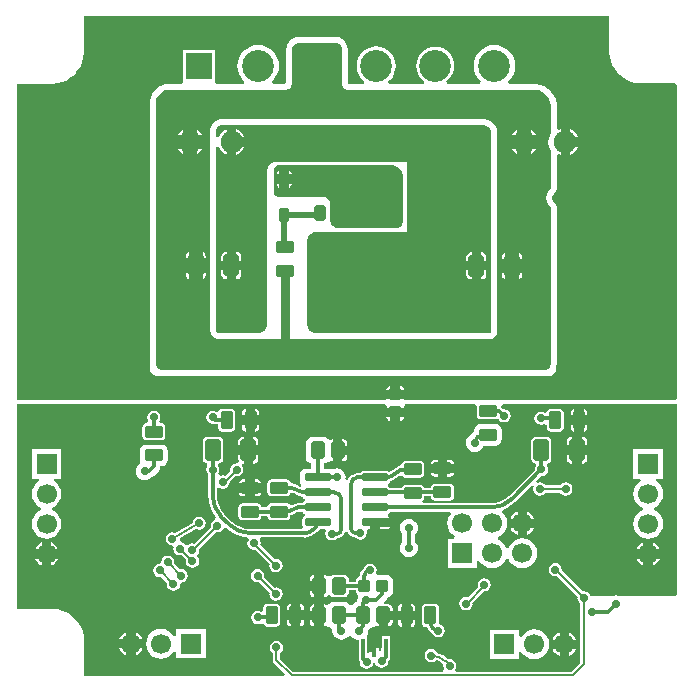
<source format=gbl>
G04 Layer_Physical_Order=2*
G04 Layer_Color=16711680*
%FSLAX43Y43*%
%MOMM*%
G71*
G01*
G75*
%ADD10C,0.200*%
%ADD11C,0.300*%
G04:AMPARAMS|DCode=12|XSize=1.21mm|YSize=1.46mm|CornerRadius=0.151mm|HoleSize=0mm|Usage=FLASHONLY|Rotation=180.000|XOffset=0mm|YOffset=0mm|HoleType=Round|Shape=RoundedRectangle|*
%AMROUNDEDRECTD12*
21,1,1.210,1.157,0,0,180.0*
21,1,0.907,1.460,0,0,180.0*
1,1,0.302,-0.454,0.579*
1,1,0.302,0.454,0.579*
1,1,0.302,0.454,-0.579*
1,1,0.302,-0.454,-0.579*
%
%ADD12ROUNDEDRECTD12*%
G04:AMPARAMS|DCode=13|XSize=1.53mm|YSize=1.02mm|CornerRadius=0.128mm|HoleSize=0mm|Usage=FLASHONLY|Rotation=90.000|XOffset=0mm|YOffset=0mm|HoleType=Round|Shape=RoundedRectangle|*
%AMROUNDEDRECTD13*
21,1,1.530,0.765,0,0,90.0*
21,1,1.275,1.020,0,0,90.0*
1,1,0.255,0.383,0.637*
1,1,0.255,0.383,-0.637*
1,1,0.255,-0.383,-0.637*
1,1,0.255,-0.383,0.637*
%
%ADD13ROUNDEDRECTD13*%
G04:AMPARAMS|DCode=19|XSize=1.53mm|YSize=1.02mm|CornerRadius=0.128mm|HoleSize=0mm|Usage=FLASHONLY|Rotation=180.000|XOffset=0mm|YOffset=0mm|HoleType=Round|Shape=RoundedRectangle|*
%AMROUNDEDRECTD19*
21,1,1.530,0.765,0,0,180.0*
21,1,1.275,1.020,0,0,180.0*
1,1,0.255,-0.637,0.383*
1,1,0.255,0.637,0.383*
1,1,0.255,0.637,-0.383*
1,1,0.255,-0.637,-0.383*
%
%ADD19ROUNDEDRECTD19*%
G04:AMPARAMS|DCode=21|XSize=1.28mm|YSize=1.87mm|CornerRadius=0.16mm|HoleSize=0mm|Usage=FLASHONLY|Rotation=180.000|XOffset=0mm|YOffset=0mm|HoleType=Round|Shape=RoundedRectangle|*
%AMROUNDEDRECTD21*
21,1,1.280,1.550,0,0,180.0*
21,1,0.960,1.870,0,0,180.0*
1,1,0.320,-0.480,0.775*
1,1,0.320,0.480,0.775*
1,1,0.320,0.480,-0.775*
1,1,0.320,-0.480,-0.775*
%
%ADD21ROUNDEDRECTD21*%
%ADD27R,1.700X1.700*%
%ADD28C,1.700*%
%ADD29R,1.700X1.700*%
%ADD30C,1.900*%
%ADD31C,2.700*%
%ADD32R,2.200X2.200*%
%ADD33C,0.700*%
%ADD34C,1.000*%
%ADD35C,0.500*%
%ADD36R,0.300X1.600*%
G04:AMPARAMS|DCode=37|XSize=1.05mm|YSize=1.07mm|CornerRadius=0.131mm|HoleSize=0mm|Usage=FLASHONLY|Rotation=180.000|XOffset=0mm|YOffset=0mm|HoleType=Round|Shape=RoundedRectangle|*
%AMROUNDEDRECTD37*
21,1,1.050,0.808,0,0,180.0*
21,1,0.787,1.070,0,0,180.0*
1,1,0.263,-0.394,0.404*
1,1,0.263,0.394,0.404*
1,1,0.263,0.394,-0.404*
1,1,0.263,-0.394,-0.404*
%
%ADD37ROUNDEDRECTD37*%
G04:AMPARAMS|DCode=38|XSize=0.68mm|YSize=2.17mm|CornerRadius=0.085mm|HoleSize=0mm|Usage=FLASHONLY|Rotation=90.000|XOffset=0mm|YOffset=0mm|HoleType=Round|Shape=RoundedRectangle|*
%AMROUNDEDRECTD38*
21,1,0.680,2.000,0,0,90.0*
21,1,0.510,2.170,0,0,90.0*
1,1,0.170,1.000,0.255*
1,1,0.170,1.000,-0.255*
1,1,0.170,-1.000,-0.255*
1,1,0.170,-1.000,0.255*
%
%ADD38ROUNDEDRECTD38*%
G04:AMPARAMS|DCode=39|XSize=1.05mm|YSize=1.07mm|CornerRadius=0.131mm|HoleSize=0mm|Usage=FLASHONLY|Rotation=270.000|XOffset=0mm|YOffset=0mm|HoleType=Round|Shape=RoundedRectangle|*
%AMROUNDEDRECTD39*
21,1,1.050,0.808,0,0,270.0*
21,1,0.787,1.070,0,0,270.0*
1,1,0.263,-0.404,-0.394*
1,1,0.263,-0.404,0.394*
1,1,0.263,0.404,0.394*
1,1,0.263,0.404,-0.394*
%
%ADD39ROUNDEDRECTD39*%
G04:AMPARAMS|DCode=40|XSize=6.604mm|YSize=7.315mm|CornerRadius=0.826mm|HoleSize=0mm|Usage=FLASHONLY|Rotation=0.000|XOffset=0mm|YOffset=0mm|HoleType=Round|Shape=RoundedRectangle|*
%AMROUNDEDRECTD40*
21,1,6.604,5.664,0,0,0.0*
21,1,4.953,7.315,0,0,0.0*
1,1,1.651,2.477,-2.832*
1,1,1.651,-2.477,-2.832*
1,1,1.651,-2.477,2.832*
1,1,1.651,2.477,2.832*
%
%ADD40ROUNDEDRECTD40*%
G04:AMPARAMS|DCode=41|XSize=0.94mm|YSize=1.321mm|CornerRadius=0.117mm|HoleSize=0mm|Usage=FLASHONLY|Rotation=0.000|XOffset=0mm|YOffset=0mm|HoleType=Round|Shape=RoundedRectangle|*
%AMROUNDEDRECTD41*
21,1,0.940,1.086,0,0,0.0*
21,1,0.705,1.321,0,0,0.0*
1,1,0.235,0.352,-0.543*
1,1,0.235,-0.352,-0.543*
1,1,0.235,-0.352,0.543*
1,1,0.235,0.352,0.543*
%
%ADD41ROUNDEDRECTD41*%
G04:AMPARAMS|DCode=42|XSize=0.87mm|YSize=1.2mm|CornerRadius=0.218mm|HoleSize=0mm|Usage=FLASHONLY|Rotation=0.000|XOffset=0mm|YOffset=0mm|HoleType=Round|Shape=RoundedRectangle|*
%AMROUNDEDRECTD42*
21,1,0.870,0.765,0,0,0.0*
21,1,0.435,1.200,0,0,0.0*
1,1,0.435,0.218,-0.383*
1,1,0.435,-0.218,-0.383*
1,1,0.435,-0.218,0.383*
1,1,0.435,0.218,0.383*
%
%ADD42ROUNDEDRECTD42*%
%ADD43C,0.750*%
G36*
X50462Y56245D02*
X50462Y53326D01*
X50462Y53144D01*
X50510Y52783D01*
X50604Y52432D01*
X50743Y52095D01*
X50925Y51780D01*
X51146Y51492D01*
X51403Y51234D01*
X51692Y51013D01*
X52007Y50831D01*
X52343Y50692D01*
X52694Y50598D01*
X53055Y50550D01*
X53237Y50550D01*
X56065Y50550D01*
X56207Y50409D01*
X56207Y23845D01*
X56065Y23704D01*
X46000Y23704D01*
X33189Y23704D01*
X33098Y23815D01*
X32351D01*
X31543D01*
X31458Y23704D01*
X22955Y23704D01*
X292D01*
Y29400D01*
X9574D01*
X292Y29400D01*
Y50500D01*
X3212Y50500D01*
X3394D01*
X3755Y50547D01*
X4106Y50642D01*
X4442Y50781D01*
X4757Y50963D01*
X5046Y51184D01*
X5303Y51441D01*
X5309Y51449D01*
X5323Y51463D01*
X5536Y51741D01*
X5711Y52044D01*
X5845Y52368D01*
X5936Y52706D01*
X5939Y52728D01*
X5940Y52732D01*
X5987Y53093D01*
X5988Y53275D01*
X5988Y53275D01*
X5987Y54251D01*
X5988Y56246D01*
X50462Y56245D01*
D02*
G37*
G36*
X56207Y7316D02*
X56066Y7175D01*
X51235Y7175D01*
X51221Y7181D01*
X51025Y7206D01*
X50829Y7181D01*
X50815Y7175D01*
X48865Y7175D01*
X48859Y7201D01*
X48738Y7383D01*
X48556Y7505D01*
X48341Y7547D01*
X48234Y7526D01*
X46448Y9312D01*
X46461Y9375D01*
X46418Y9590D01*
X46297Y9772D01*
X46115Y9893D01*
X45900Y9936D01*
X45685Y9893D01*
X45503Y9772D01*
X45382Y9590D01*
X45339Y9375D01*
X45382Y9160D01*
X45503Y8979D01*
X45685Y8857D01*
X45900Y8814D01*
X46051Y8844D01*
X47802Y7094D01*
X47781Y6987D01*
X47823Y6772D01*
X47945Y6590D01*
X48036Y6529D01*
Y1488D01*
X47279Y731D01*
X37509D01*
X37411Y931D01*
X37481Y1035D01*
X37523Y1250D01*
X37481Y1465D01*
X37359Y1647D01*
X37177Y1768D01*
X37028Y1798D01*
X36963Y1811D01*
X36963D01*
X36836Y1815D01*
X36528Y2068D01*
X36177Y2255D01*
X35902Y2339D01*
X35797Y2497D01*
X35615Y2618D01*
X35400Y2661D01*
X35185Y2618D01*
X35003Y2497D01*
X34882Y2315D01*
X34839Y2100D01*
X34882Y1885D01*
X35003Y1703D01*
X35185Y1582D01*
X35400Y1539D01*
X35615Y1582D01*
X35797Y1703D01*
X35815Y1731D01*
X36110Y1609D01*
X36391Y1393D01*
X36400Y1380D01*
X36423Y1357D01*
X36402Y1250D01*
X36445Y1035D01*
X36514Y931D01*
X36416Y731D01*
X23701D01*
X22606Y1827D01*
Y2343D01*
X22697Y2403D01*
X22818Y2585D01*
X22861Y2800D01*
X22818Y3015D01*
X22697Y3197D01*
X22515Y3318D01*
X22300Y3361D01*
X22085Y3318D01*
X21903Y3197D01*
X21782Y3015D01*
X21739Y2800D01*
X21782Y2585D01*
X21903Y2403D01*
X21994Y2343D01*
Y1700D01*
X21994Y1700D01*
X22017Y1583D01*
X22084Y1484D01*
X23052Y515D01*
X22976Y330D01*
X6037Y330D01*
X6037Y3250D01*
X6037Y3432D01*
X5990Y3792D01*
X5896Y4144D01*
X5757Y4480D01*
X5575Y4795D01*
X5353Y5084D01*
X5096Y5341D01*
X5091Y5345D01*
X5071Y5365D01*
X4785Y5585D01*
X4472Y5765D01*
X4138Y5904D01*
X3789Y5997D01*
X3430Y6044D01*
X3250Y6050D01*
X292Y6050D01*
Y23371D01*
X31497Y23371D01*
X31545Y23319D01*
X31626Y23171D01*
X31611Y23095D01*
X32351D01*
X33092D01*
X33076Y23171D01*
X33158Y23319D01*
X33205Y23371D01*
X39088D01*
X39247Y23187D01*
Y22422D01*
X39273Y22295D01*
X39345Y22186D01*
X39454Y22114D01*
X39581Y22088D01*
X40856D01*
X40984Y22114D01*
X41112Y22088D01*
X41169Y22003D01*
X41350Y21882D01*
X41565Y21839D01*
X41780Y21882D01*
X41962Y22003D01*
X42083Y22185D01*
X42126Y22400D01*
X42083Y22615D01*
X41962Y22796D01*
X41780Y22918D01*
X41565Y22961D01*
X41518Y22951D01*
X41413Y23057D01*
X41368Y23087D01*
X41345Y23173D01*
X41487Y23371D01*
X48442D01*
X56207Y23371D01*
X56207Y7316D01*
D02*
G37*
%LPC*%
G36*
X24131Y54510D02*
X24131Y54510D01*
X24131Y54510D01*
X24031Y54490D01*
X23936Y54471D01*
X23936Y54471D01*
X23936Y54471D01*
X23715Y54380D01*
X23715Y54380D01*
X23715Y54380D01*
X23631Y54323D01*
X23550Y54269D01*
X23550Y54269D01*
X23549Y54269D01*
X23381Y54100D01*
X23381Y54100D01*
X23381Y54100D01*
X23329Y54023D01*
X23270Y53935D01*
X23270Y53935D01*
X23270Y53935D01*
X23179Y53714D01*
X23179Y53714D01*
X23179Y53714D01*
X23159Y53613D01*
X23140Y53519D01*
X23140Y53519D01*
X23140Y53519D01*
X23140Y53399D01*
Y50662D01*
X22988Y50510D01*
X22854Y50510D01*
X22851Y50510D01*
X22851Y50510D01*
X22851Y50510D01*
X21978Y50510D01*
X21906Y50710D01*
X21993Y50782D01*
X22212Y51048D01*
X22375Y51352D01*
X22475Y51682D01*
X22509Y52025D01*
X22475Y52368D01*
X22375Y52698D01*
X22212Y53002D01*
X21993Y53268D01*
X21727Y53487D01*
X21423Y53650D01*
X21093Y53750D01*
X20750Y53783D01*
X20407Y53750D01*
X20077Y53650D01*
X19773Y53487D01*
X19507Y53268D01*
X19288Y53002D01*
X19125Y52698D01*
X19025Y52368D01*
X18992Y52025D01*
X19025Y51682D01*
X19125Y51352D01*
X19288Y51048D01*
X19507Y50782D01*
X19594Y50710D01*
X19523Y50510D01*
X17218Y50510D01*
X17110Y50710D01*
Y53385D01*
X14390D01*
Y50710D01*
X14390Y50665D01*
X14282Y50510D01*
X13231Y50510D01*
X13119Y50510D01*
X13070Y50500D01*
X13020D01*
X12800Y50456D01*
X12753Y50437D01*
X12704Y50427D01*
X12497Y50341D01*
X12455Y50313D01*
X12408Y50294D01*
X12222Y50169D01*
X12186Y50134D01*
X12145Y50106D01*
X11986Y49947D01*
X11958Y49906D01*
X11922Y49870D01*
X11798Y49683D01*
X11779Y49637D01*
X11751Y49595D01*
X11665Y49388D01*
X11655Y49339D01*
X11636Y49292D01*
X11607Y49147D01*
Y49117D01*
X11599Y49088D01*
X11584Y48901D01*
X11584Y48899D01*
X11583Y48897D01*
X11586Y48878D01*
X11582Y48861D01*
X11582Y43500D01*
X11582Y29400D01*
X9574D01*
X11582Y29400D01*
Y26908D01*
X11582Y26781D01*
X11582Y26781D01*
X11582Y26781D01*
X11596Y26712D01*
Y26404D01*
X11599Y26339D01*
X11625Y26210D01*
X11675Y26089D01*
X11748Y25980D01*
X11840Y25888D01*
X11949Y25815D01*
X12070Y25765D01*
X12198Y25740D01*
X12264Y25736D01*
X22955Y25736D01*
X29017Y25736D01*
X39714Y25736D01*
X45311Y25736D01*
X45379Y25740D01*
X45511Y25766D01*
X45636Y25818D01*
X45748Y25893D01*
X45844Y25988D01*
X45919Y26100D01*
X45970Y26225D01*
X45997Y26357D01*
X46000Y26425D01*
Y26613D01*
X46007Y26648D01*
X46026Y26744D01*
X46026Y26744D01*
X46026Y26745D01*
X46026Y26864D01*
X46026Y26864D01*
X46026Y40068D01*
X46020Y40101D01*
X46022Y40134D01*
X46000Y40198D01*
X45987Y40263D01*
X45969Y40291D01*
X45958Y40323D01*
X45914Y40373D01*
X45877Y40428D01*
X45849Y40447D01*
X45827Y40472D01*
X45792Y40499D01*
X45713Y40602D01*
X45664Y40721D01*
X45647Y40849D01*
X45664Y40977D01*
X45713Y41096D01*
X45792Y41198D01*
X45827Y41225D01*
X45849Y41250D01*
X45877Y41269D01*
X45914Y41325D01*
X45958Y41375D01*
X45969Y41407D01*
X45987Y41434D01*
X46000Y41500D01*
X46022Y41563D01*
X46020Y41597D01*
X46026Y41630D01*
Y43500D01*
X46026Y44473D01*
X46226Y44556D01*
X46370Y44496D01*
Y45575D01*
Y46654D01*
X46226Y46595D01*
X46026Y46677D01*
X46026Y48578D01*
X46026Y48718D01*
X46016Y48767D01*
X46016Y48817D01*
X45962Y49092D01*
X45943Y49139D01*
X45933Y49188D01*
X45826Y49447D01*
X45798Y49488D01*
X45779Y49535D01*
X45623Y49768D01*
X45587Y49803D01*
X45560Y49845D01*
X45361Y50043D01*
X45320Y50071D01*
X45284Y50106D01*
X45051Y50262D01*
X45005Y50281D01*
X44963Y50309D01*
X44704Y50416D01*
X44655Y50426D01*
X44609Y50445D01*
X44379Y50491D01*
X44340D01*
X44304Y50500D01*
X44119Y50509D01*
X44107Y50507D01*
X44095Y50510D01*
X44095D01*
X44094Y50510D01*
X41978Y50510D01*
X41906Y50710D01*
X41993Y50782D01*
X42212Y51048D01*
X42375Y51352D01*
X42475Y51682D01*
X42509Y52025D01*
X42475Y52368D01*
X42375Y52698D01*
X42212Y53002D01*
X41993Y53268D01*
X41727Y53487D01*
X41423Y53650D01*
X41093Y53750D01*
X40750Y53783D01*
X40407Y53750D01*
X40077Y53650D01*
X39773Y53487D01*
X39507Y53268D01*
X39288Y53002D01*
X39125Y52698D01*
X39025Y52368D01*
X38992Y52025D01*
X39025Y51682D01*
X39125Y51352D01*
X39288Y51048D01*
X39507Y50782D01*
X39594Y50710D01*
X39523Y50510D01*
X36748Y50510D01*
X36713Y50571D01*
X36685Y50710D01*
X36894Y50881D01*
X37095Y51126D01*
X37245Y51406D01*
X37337Y51709D01*
X37368Y52025D01*
X37337Y52341D01*
X37245Y52644D01*
X37095Y52924D01*
X36894Y53169D01*
X36649Y53370D01*
X36369Y53520D01*
X36066Y53612D01*
X35750Y53643D01*
X35434Y53612D01*
X35131Y53520D01*
X34851Y53370D01*
X34606Y53169D01*
X34405Y52924D01*
X34255Y52644D01*
X34163Y52341D01*
X34132Y52025D01*
X34163Y51709D01*
X34255Y51406D01*
X34405Y51126D01*
X34606Y50881D01*
X34815Y50710D01*
X34787Y50571D01*
X34752Y50510D01*
X31820Y50510D01*
X31748Y50710D01*
X31922Y50853D01*
X32129Y51104D01*
X32282Y51391D01*
X32376Y51702D01*
X32408Y52025D01*
X32376Y52348D01*
X32282Y52659D01*
X32129Y52946D01*
X31922Y53197D01*
X31671Y53404D01*
X31385Y53557D01*
X31074Y53651D01*
X30750Y53683D01*
X30427Y53651D01*
X30116Y53557D01*
X29829Y53404D01*
X29578Y53197D01*
X29372Y52946D01*
X29218Y52659D01*
X29124Y52348D01*
X29092Y52025D01*
X29124Y51702D01*
X29218Y51391D01*
X29372Y51104D01*
X29578Y50853D01*
X29752Y50710D01*
X29680Y50510D01*
X28451D01*
X28431Y50512D01*
X28374Y50535D01*
X28348Y50561D01*
X28324Y50619D01*
X28322Y50638D01*
X28322Y53437D01*
X28322Y53549D01*
X28322Y53549D01*
X28322Y53549D01*
X28303Y53647D01*
X28284Y53744D01*
X28284Y53744D01*
X28284Y53744D01*
X28198Y53951D01*
X28198Y53951D01*
X28198Y53951D01*
X28145Y54031D01*
X28088Y54117D01*
X28087Y54117D01*
X28087Y54117D01*
X27929Y54275D01*
X27929Y54275D01*
X27929Y54275D01*
X27844Y54332D01*
X27764Y54385D01*
X27764Y54385D01*
X27764Y54385D01*
X27628Y54442D01*
X27570Y54453D01*
X27514Y54474D01*
X27331Y54503D01*
X27290Y54502D01*
X27250Y54510D01*
X24250Y54510D01*
X24131Y54510D01*
D02*
G37*
G36*
X47170Y46654D02*
Y45975D01*
X47849D01*
X47775Y46155D01*
X47590Y46395D01*
X47350Y46580D01*
X47170Y46654D01*
D02*
G37*
G36*
X47849Y45175D02*
X47170D01*
Y44496D01*
X47350Y44570D01*
X47590Y44755D01*
X47775Y44995D01*
X47849Y45175D01*
D02*
G37*
G36*
X32755Y24946D02*
X32751D01*
Y24615D01*
X33092D01*
X33067Y24738D01*
X32994Y24848D01*
X32884Y24921D01*
X32755Y24946D01*
D02*
G37*
G36*
X31951D02*
X31948D01*
X31818Y24921D01*
X31709Y24848D01*
X31636Y24738D01*
X31611Y24615D01*
X31951D01*
Y24946D01*
D02*
G37*
%LPD*%
G36*
X24250Y54000D02*
X27250Y54000D01*
X27250Y54000D01*
X27250Y54000D01*
X27250D01*
X27433Y53971D01*
X27569Y53914D01*
X27727Y53756D01*
X27813Y53549D01*
X27812Y53438D01*
X27812Y50613D01*
X27824Y50493D01*
X27916Y50272D01*
X28085Y50103D01*
X28306Y50012D01*
X28426Y50000D01*
X44094Y50000D01*
X44094Y50000D01*
X44094Y50000D01*
X44095D01*
X44279Y49991D01*
X44509Y49945D01*
X44768Y49838D01*
X45001Y49683D01*
X45199Y49484D01*
X45355Y49252D01*
X45462Y48993D01*
X45516Y48718D01*
X45516Y48578D01*
X45516Y46323D01*
X45503Y46306D01*
X45357Y45954D01*
X45308Y45575D01*
X45357Y45196D01*
X45503Y44844D01*
X45516Y44827D01*
X45516Y43500D01*
Y41630D01*
X45428Y41562D01*
X45268Y41353D01*
X45167Y41110D01*
X45133Y40849D01*
X45167Y40588D01*
X45268Y40344D01*
X45428Y40136D01*
X45516Y40068D01*
X45516Y26864D01*
X45516Y26864D01*
X45516Y26745D01*
X45425Y26524D01*
X45255Y26354D01*
X45034Y26263D01*
X44914Y26264D01*
X42675Y26270D01*
X40730Y26270D01*
X36518Y26272D01*
X31500Y26275D01*
Y27283D01*
X31500Y27400D01*
Y27548D01*
X31500Y27994D01*
X31500Y28888D01*
X40338Y28888D01*
X40403Y28891D01*
X40530Y28916D01*
X40650Y28966D01*
X40758Y29038D01*
X40850Y29130D01*
X40922Y29238D01*
X40972Y29358D01*
X40997Y29485D01*
X41000Y29550D01*
X41000Y43500D01*
X41000Y46339D01*
X41000D01*
X41000Y46339D01*
X41000Y46339D01*
X40994Y46453D01*
X40980Y46523D01*
X40950Y46676D01*
X40863Y46886D01*
X40736Y47076D01*
X40576Y47236D01*
X40386Y47363D01*
X40176Y47450D01*
X39953Y47494D01*
X39839Y47500D01*
X27812Y47500D01*
X18750Y47500D01*
X17568Y47500D01*
X17568Y47500D01*
X17483Y47496D01*
X17316Y47463D01*
X17159Y47397D01*
X17017Y47303D01*
X16897Y47183D01*
X16803Y47041D01*
X16737Y46884D01*
X16704Y46717D01*
X16700Y46632D01*
X16700Y29633D01*
X16704Y29560D01*
X16732Y29417D01*
X16788Y29282D01*
X16869Y29160D01*
X16973Y29057D01*
X17094Y28976D01*
X17229Y28920D01*
X17373Y28891D01*
X17446Y28888D01*
X31500Y28888D01*
X31500Y27729D01*
X31500Y27600D01*
X31500Y27200D01*
X31500Y26275D01*
X16050Y26270D01*
X12730Y26270D01*
X12603Y26270D01*
X12368Y26367D01*
X12189Y26547D01*
X12092Y26781D01*
X12092Y26908D01*
X12092Y43500D01*
X12092Y48861D01*
X12092Y48861D01*
X12092Y48861D01*
X12107Y49047D01*
X12136Y49193D01*
X12222Y49400D01*
X12346Y49587D01*
X12505Y49746D01*
X12692Y49870D01*
X12899Y49956D01*
X13119Y50000D01*
X13231Y50000D01*
X22851Y50000D01*
X22854Y50000D01*
X23050Y50000D01*
Y50000D01*
X23050Y50000D01*
X23167Y50011D01*
X23234Y50039D01*
X23383Y50101D01*
X23549Y50267D01*
X23639Y50483D01*
X23650Y50600D01*
Y53400D01*
X23650Y53519D01*
X23741Y53740D01*
X23910Y53909D01*
X24131Y54000D01*
X24250Y54000D01*
D02*
G37*
G36*
X18750Y46990D02*
X18750Y46990D01*
X18750Y46990D01*
X27812Y46990D01*
X39826Y46990D01*
X39890Y46987D01*
X40027Y46960D01*
X40145Y46911D01*
X40251Y46840D01*
X40340Y46751D01*
X40411Y46645D01*
X40460Y46527D01*
X40480Y46423D01*
X40480Y46423D01*
Y46423D01*
X40487Y46390D01*
X40490Y46326D01*
X40490Y43500D01*
X40490Y29562D01*
X40489Y29547D01*
X40481Y29506D01*
X40470Y29479D01*
X40454Y29455D01*
X40433Y29434D01*
X40409Y29418D01*
X40381Y29406D01*
X40350Y29400D01*
X25672Y29400D01*
X25596Y29400D01*
X25447Y29430D01*
X25306Y29488D01*
X25180Y29572D01*
X25072Y29680D01*
X24988Y29806D01*
X24930Y29947D01*
X24900Y30096D01*
X24900Y30172D01*
Y37200D01*
X24900Y37279D01*
X24931Y37433D01*
X24991Y37579D01*
X25079Y37710D01*
X25190Y37821D01*
X25321Y37909D01*
X25467Y37969D01*
X25621Y38000D01*
X25700Y38000D01*
X27421D01*
X27421Y38000D01*
X27452D01*
X27481Y37994D01*
X27550Y37994D01*
X32370Y37994D01*
X32391Y37998D01*
X32413Y37997D01*
X32434Y38000D01*
X33318D01*
Y43900D01*
X32203D01*
X32192Y43902D01*
X32104Y43902D01*
X26851Y43902D01*
X22553Y43902D01*
X22552Y43902D01*
X22453Y43902D01*
X22442Y43900D01*
X22234D01*
X22234Y43900D01*
X22163Y43896D01*
X22025Y43869D01*
X21895Y43815D01*
X21778Y43737D01*
X21678Y43637D01*
X21600Y43520D01*
X21546Y43390D01*
X21518Y43252D01*
X21515Y43181D01*
X21515Y30215D01*
X21515Y30215D01*
Y30135D01*
X21484Y29977D01*
X21422Y29829D01*
X21333Y29695D01*
X21219Y29582D01*
X21086Y29493D01*
X20938Y29431D01*
X20780Y29400D01*
X17428Y29400D01*
X17378Y29410D01*
X17336Y29427D01*
X17298Y29453D01*
X17265Y29485D01*
X17240Y29523D01*
X17222Y29566D01*
X17211Y29623D01*
X17210Y29646D01*
X17210Y45150D01*
X17410Y45190D01*
X17491Y44995D01*
X17675Y44755D01*
X17915Y44570D01*
X18095Y44496D01*
Y45575D01*
Y46654D01*
X17915Y46580D01*
X17675Y46395D01*
X17491Y46155D01*
X17410Y45960D01*
X17210Y46000D01*
Y46619D01*
X17212Y46654D01*
X17228Y46735D01*
X17254Y46800D01*
X17293Y46858D01*
X17342Y46907D01*
X17400Y46946D01*
X17465Y46972D01*
X17546Y46988D01*
X17581Y46990D01*
X18750Y46990D01*
D02*
G37*
G36*
X32365Y43562D02*
X32528Y43494D01*
X32675Y43396D01*
X32800Y43271D01*
X32898Y43125D01*
X32966Y42961D01*
X32981Y42885D01*
X33000Y42701D01*
Y42700D01*
X33000Y42700D01*
X33000Y42700D01*
X33000Y40308D01*
X33000Y38930D01*
X33000Y38804D01*
X32904Y38573D01*
X32727Y38396D01*
X32559Y38326D01*
X32370Y38300D01*
Y38300D01*
X27550Y38300D01*
X27481Y38300D01*
X27346Y38327D01*
X27219Y38379D01*
X27105Y38456D01*
X27007Y38553D01*
X26931Y38668D01*
X26878Y38795D01*
X26851Y38930D01*
X26851Y38999D01*
Y40349D01*
X26840Y40463D01*
X26753Y40674D01*
X26591Y40835D01*
X26447Y40895D01*
X26380Y40923D01*
X26266Y40934D01*
X26266Y40934D01*
X26266Y40934D01*
X26266Y40934D01*
X22525Y40934D01*
X22431Y40934D01*
X22257Y41006D01*
X22123Y41139D01*
X22051Y41313D01*
X22051Y41408D01*
X22051Y43095D01*
X22051Y43195D01*
X22128Y43379D01*
X22269Y43520D01*
X22453Y43596D01*
X22552Y43596D01*
X22553Y43596D01*
X26851Y43596D01*
X32104Y43596D01*
X32192Y43596D01*
X32365Y43562D01*
D02*
G37*
%LPC*%
G36*
X15595Y46564D02*
Y46175D01*
X15984D01*
X15815Y46395D01*
X15595Y46564D01*
D02*
G37*
G36*
X14395Y46564D02*
X14175Y46395D01*
X14006Y46175D01*
X14395D01*
Y46564D01*
D02*
G37*
G36*
X43870Y46564D02*
Y46175D01*
X44259D01*
X44090Y46395D01*
X43870Y46564D01*
D02*
G37*
G36*
X42670Y46564D02*
X42450Y46395D01*
X42281Y46175D01*
X42670D01*
Y46564D01*
D02*
G37*
G36*
X44259Y44975D02*
X43870D01*
Y44586D01*
X44090Y44755D01*
X44259Y44975D01*
D02*
G37*
G36*
X14395Y44975D02*
X14006D01*
X14175Y44755D01*
X14395Y44586D01*
Y44975D01*
D02*
G37*
G36*
X15984D02*
X15595D01*
Y44586D01*
X15815Y44755D01*
X15984Y44975D01*
D02*
G37*
G36*
X42670Y44975D02*
X42281D01*
X42450Y44755D01*
X42670Y44586D01*
Y44975D01*
D02*
G37*
G36*
X16072Y36244D02*
Y35726D01*
X16319D01*
Y35901D01*
X16291Y36041D01*
X16212Y36160D01*
X16092Y36240D01*
X16072Y36244D01*
D02*
G37*
G36*
X14872D02*
X14852Y36240D01*
X14732Y36160D01*
X14653Y36041D01*
X14625Y35901D01*
Y35726D01*
X14872D01*
Y36244D01*
D02*
G37*
G36*
X42832Y36221D02*
Y35703D01*
X43079D01*
Y35878D01*
X43051Y36018D01*
X42971Y36137D01*
X42852Y36217D01*
X42832Y36221D01*
D02*
G37*
G36*
X41632Y36221D02*
X41611Y36217D01*
X41492Y36137D01*
X41412Y36018D01*
X41384Y35878D01*
Y35703D01*
X41632D01*
Y36221D01*
D02*
G37*
G36*
X16319Y34526D02*
X16072D01*
Y34008D01*
X16092Y34012D01*
X16212Y34091D01*
X16291Y34210D01*
X16319Y34351D01*
Y34526D01*
D02*
G37*
G36*
X14872D02*
X14625D01*
Y34351D01*
X14653Y34210D01*
X14732Y34091D01*
X14852Y34012D01*
X14872Y34008D01*
Y34526D01*
D02*
G37*
G36*
X43079Y34503D02*
X42832D01*
Y33985D01*
X42852Y33989D01*
X42971Y34068D01*
X43051Y34187D01*
X43079Y34328D01*
Y34503D01*
D02*
G37*
G36*
X41632D02*
X41384D01*
Y34328D01*
X41412Y34187D01*
X41492Y34068D01*
X41611Y33989D01*
X41632Y33985D01*
Y34503D01*
D02*
G37*
G36*
X18895Y46654D02*
Y45975D01*
X19574D01*
X19500Y46155D01*
X19315Y46395D01*
X19075Y46580D01*
X18895Y46654D01*
D02*
G37*
G36*
X19574Y45175D02*
X18895D01*
Y44496D01*
X19075Y44570D01*
X19315Y44755D01*
X19500Y44995D01*
X19574Y45175D01*
D02*
G37*
G36*
X18952Y36268D02*
X18872D01*
Y35526D01*
X19319D01*
Y35901D01*
X19291Y36041D01*
X19212Y36160D01*
X19092Y36240D01*
X18952Y36268D01*
D02*
G37*
G36*
X18072D02*
X17992D01*
X17852Y36240D01*
X17732Y36160D01*
X17653Y36041D01*
X17625Y35901D01*
Y35526D01*
X18072D01*
Y36268D01*
D02*
G37*
G36*
X39712Y36245D02*
X39632D01*
Y35503D01*
X40079D01*
Y35878D01*
X40051Y36018D01*
X39971Y36137D01*
X39852Y36217D01*
X39712Y36245D01*
D02*
G37*
G36*
X38832D02*
X38752D01*
X38611Y36217D01*
X38492Y36137D01*
X38412Y36018D01*
X38384Y35878D01*
Y35503D01*
X38832D01*
Y36245D01*
D02*
G37*
G36*
X19319Y34726D02*
X18872D01*
Y33984D01*
X18952D01*
X19092Y34012D01*
X19212Y34091D01*
X19291Y34210D01*
X19319Y34351D01*
Y34726D01*
D02*
G37*
G36*
X18072D02*
X17625D01*
Y34351D01*
X17653Y34210D01*
X17732Y34091D01*
X17852Y34012D01*
X17992Y33984D01*
X18072D01*
Y34726D01*
D02*
G37*
G36*
X40079Y34703D02*
X39632D01*
Y33961D01*
X39712D01*
X39852Y33989D01*
X39971Y34068D01*
X40051Y34187D01*
X40079Y34328D01*
Y34703D01*
D02*
G37*
G36*
X38832D02*
X38384D01*
Y34328D01*
X38412Y34187D01*
X38492Y34068D01*
X38611Y33989D01*
X38752Y33961D01*
X38832D01*
Y34703D01*
D02*
G37*
G36*
X23350Y43222D02*
Y42859D01*
X23590D01*
X23561Y43005D01*
X23469Y43143D01*
X23350Y43222D01*
D02*
G37*
G36*
X22550D02*
X22431Y43143D01*
X22339Y43005D01*
X22310Y42859D01*
X22550D01*
Y43222D01*
D02*
G37*
G36*
X23590Y42059D02*
X23350D01*
Y41697D01*
X23469Y41776D01*
X23561Y41914D01*
X23590Y42059D01*
D02*
G37*
G36*
X22550D02*
X22310D01*
X22339Y41914D01*
X22431Y41776D01*
X22550Y41697D01*
Y42059D01*
D02*
G37*
G36*
X18475Y22996D02*
X17710D01*
X17582Y22971D01*
X17474Y22899D01*
X17417Y22813D01*
X17396Y22789D01*
X17188Y22744D01*
X17115Y22793D01*
X16900Y22836D01*
X16685Y22793D01*
X16504Y22672D01*
X16382Y22490D01*
X16339Y22275D01*
X16382Y22060D01*
X16504Y21878D01*
X16685Y21757D01*
X16900Y21714D01*
X16907Y21716D01*
X16916Y21710D01*
X17150Y21663D01*
Y21668D01*
X17376D01*
Y21388D01*
X17402Y21260D01*
X17474Y21151D01*
X17582Y21079D01*
X17710Y21054D01*
X18475D01*
X18603Y21079D01*
X18711Y21151D01*
X18784Y21260D01*
X18809Y21388D01*
Y22663D01*
X18784Y22790D01*
X18711Y22899D01*
X18603Y22971D01*
X18475Y22996D01*
D02*
G37*
G36*
X46281Y22995D02*
X45516D01*
X45389Y22970D01*
X45280Y22897D01*
X45208Y22789D01*
X45201Y22754D01*
X45015Y22659D01*
X44982Y22659D01*
X44921Y22700D01*
X44706Y22743D01*
X44492Y22700D01*
X44310Y22578D01*
X44188Y22396D01*
X44146Y22182D01*
X44188Y21967D01*
X44310Y21785D01*
X44492Y21664D01*
X44706Y21621D01*
X44921Y21664D01*
X44982Y21705D01*
X45182Y21598D01*
Y21386D01*
X45208Y21258D01*
X45280Y21150D01*
X45389Y21078D01*
X45516Y21052D01*
X46281D01*
X46409Y21078D01*
X46517Y21150D01*
X46590Y21258D01*
X46615Y21386D01*
Y22661D01*
X46590Y22789D01*
X46517Y22897D01*
X46409Y22970D01*
X46281Y22995D01*
D02*
G37*
G36*
X20507Y22993D02*
Y22425D01*
X20824D01*
Y22663D01*
X20799Y22790D01*
X20726Y22899D01*
X20618Y22971D01*
X20507Y22993D01*
D02*
G37*
G36*
X19708D02*
X19597Y22971D01*
X19489Y22899D01*
X19417Y22790D01*
X19391Y22663D01*
Y22425D01*
X19708D01*
Y22993D01*
D02*
G37*
G36*
X48314Y22992D02*
Y22424D01*
X48630D01*
Y22661D01*
X48605Y22789D01*
X48532Y22897D01*
X48424Y22970D01*
X48314Y22992D01*
D02*
G37*
G36*
X47514Y22992D02*
X47404Y22970D01*
X47295Y22897D01*
X47223Y22789D01*
X47197Y22661D01*
Y22424D01*
X47514D01*
Y22992D01*
D02*
G37*
G36*
X33092Y22295D02*
X32751D01*
Y21964D01*
X32755D01*
X32884Y21989D01*
X32994Y22062D01*
X33067Y22172D01*
X33092Y22295D01*
D02*
G37*
G36*
X31951D02*
X31611D01*
X31636Y22172D01*
X31709Y22062D01*
X31818Y21989D01*
X31948Y21964D01*
X31951D01*
Y22295D01*
D02*
G37*
G36*
X20824Y21625D02*
X20507D01*
Y21057D01*
X20618Y21079D01*
X20726Y21151D01*
X20799Y21260D01*
X20824Y21388D01*
Y21625D01*
D02*
G37*
G36*
X19708D02*
X19391D01*
Y21388D01*
X19417Y21260D01*
X19489Y21151D01*
X19597Y21079D01*
X19708Y21057D01*
Y21625D01*
D02*
G37*
G36*
X47514Y21624D02*
X47197D01*
Y21386D01*
X47223Y21258D01*
X47295Y21150D01*
X47404Y21078D01*
X47514Y21056D01*
Y21624D01*
D02*
G37*
G36*
X48630D02*
X48314D01*
Y21056D01*
X48424Y21078D01*
X48532Y21150D01*
X48605Y21258D01*
X48630Y21386D01*
Y21624D01*
D02*
G37*
G36*
X11919Y22836D02*
X11704Y22793D01*
X11522Y22672D01*
X11401Y22490D01*
X11358Y22275D01*
X11401Y22060D01*
X11460Y21972D01*
X11353Y21772D01*
X11281D01*
X11154Y21747D01*
X11045Y21675D01*
X10973Y21566D01*
X10947Y21439D01*
Y20674D01*
X10973Y20546D01*
X11045Y20437D01*
X11154Y20365D01*
X11281Y20340D01*
X12556D01*
X12684Y20365D01*
X12792Y20437D01*
X12865Y20546D01*
X12890Y20674D01*
Y21439D01*
X12865Y21566D01*
X12792Y21675D01*
X12684Y21747D01*
X12556Y21772D01*
X12485D01*
X12378Y21972D01*
X12437Y22060D01*
X12480Y22275D01*
X12437Y22490D01*
X12315Y22672D01*
X12133Y22793D01*
X11919Y22836D01*
D02*
G37*
G36*
X20408Y20642D02*
X20328D01*
Y19900D01*
X20775D01*
Y20275D01*
X20747Y20415D01*
X20668Y20534D01*
X20548Y20614D01*
X20408Y20642D01*
D02*
G37*
G36*
X19528D02*
X19448D01*
X19308Y20614D01*
X19188Y20534D01*
X19109Y20415D01*
X19081Y20275D01*
Y19900D01*
X19528D01*
Y20642D01*
D02*
G37*
G36*
X48214Y20640D02*
X48134D01*
Y19898D01*
X48581D01*
Y20273D01*
X48553Y20414D01*
X48474Y20533D01*
X48355Y20612D01*
X48214Y20640D01*
D02*
G37*
G36*
X47334D02*
X47254D01*
X47114Y20612D01*
X46995Y20533D01*
X46915Y20414D01*
X46887Y20273D01*
Y19898D01*
X47334D01*
Y20640D01*
D02*
G37*
G36*
X27926Y20416D02*
X27872D01*
Y19879D01*
X28284D01*
Y20058D01*
X28257Y20195D01*
X28179Y20311D01*
X28063Y20389D01*
X27926Y20416D01*
D02*
G37*
G36*
X40856Y21710D02*
X39581D01*
X39376Y21669D01*
X39201Y21553D01*
X39084Y21378D01*
X39043Y21172D01*
Y21090D01*
X38906Y20984D01*
X38733Y20760D01*
X38722Y20755D01*
X38565Y20635D01*
X38445Y20478D01*
X38369Y20296D01*
X38344Y20100D01*
X38369Y19904D01*
X38445Y19722D01*
X38565Y19565D01*
X38722Y19445D01*
X38904Y19369D01*
X39100Y19344D01*
X39296Y19369D01*
X39478Y19445D01*
X39635Y19565D01*
X39755Y19722D01*
X39816Y19869D01*
X40856D01*
X41062Y19910D01*
X41237Y20027D01*
X41353Y20201D01*
X41394Y20407D01*
Y21172D01*
X41353Y21378D01*
X41237Y21553D01*
X41062Y21669D01*
X40856Y21710D01*
D02*
G37*
G36*
X28284Y19079D02*
X27872D01*
Y18542D01*
X27926D01*
X28063Y18570D01*
X28179Y18647D01*
X28257Y18763D01*
X28284Y18900D01*
Y19079D01*
D02*
G37*
G36*
X20775Y19100D02*
X20328D01*
Y18357D01*
X20408D01*
X20548Y18385D01*
X20668Y18465D01*
X20747Y18584D01*
X20775Y18725D01*
Y19100D01*
D02*
G37*
G36*
X48581Y19098D02*
X48134D01*
Y18356D01*
X48214D01*
X48355Y18384D01*
X48474Y18464D01*
X48553Y18583D01*
X48581Y18723D01*
Y19098D01*
D02*
G37*
G36*
X47334D02*
X46887D01*
Y18723D01*
X46915Y18583D01*
X46995Y18464D01*
X47114Y18384D01*
X47254Y18356D01*
X47334D01*
Y19098D01*
D02*
G37*
G36*
X36993Y18669D02*
X36756D01*
Y18352D01*
X37323D01*
X37302Y18462D01*
X37229Y18571D01*
X37121Y18643D01*
X36993Y18669D01*
D02*
G37*
G36*
X35956D02*
X35718D01*
X35590Y18643D01*
X35482Y18571D01*
X35410Y18462D01*
X35388Y18352D01*
X35956D01*
Y18669D01*
D02*
G37*
G36*
X17408Y20642D02*
X16448D01*
X16308Y20614D01*
X16188Y20534D01*
X16109Y20415D01*
X16081Y20275D01*
Y18725D01*
X16109Y18584D01*
X16188Y18465D01*
X16308Y18385D01*
X16381Y18371D01*
X16400Y18348D01*
X16458Y18208D01*
X16461Y18157D01*
X16382Y18040D01*
X16339Y17825D01*
X16382Y17610D01*
X16504Y17428D01*
X16543Y17402D01*
Y15652D01*
X16541D01*
X16577Y15199D01*
X16683Y14756D01*
X16857Y14336D01*
X17095Y13948D01*
X17185Y13842D01*
X17110Y13623D01*
X17085Y13618D01*
X16903Y13496D01*
X16782Y13315D01*
X16739Y13100D01*
X16760Y12993D01*
X15333Y11565D01*
X15189Y11594D01*
X14974Y11551D01*
X14816Y11445D01*
X14792Y11430D01*
X14578Y11469D01*
X14539Y11527D01*
X14357Y11649D01*
X14232Y11674D01*
X14098Y11861D01*
X14130Y12015D01*
X15501Y12801D01*
X15535Y12778D01*
X15750Y12735D01*
X15965Y12778D01*
X16147Y12899D01*
X16268Y13081D01*
X16311Y13296D01*
X16268Y13510D01*
X16147Y13692D01*
X15965Y13814D01*
X15750Y13857D01*
X15535Y13814D01*
X15354Y13692D01*
X15232Y13510D01*
X15196Y13331D01*
X13727Y12489D01*
X13693Y12512D01*
X13478Y12555D01*
X13263Y12512D01*
X13082Y12390D01*
X12960Y12208D01*
X12917Y11994D01*
X12960Y11779D01*
X13082Y11597D01*
X13263Y11476D01*
X13455Y11438D01*
X13488Y11420D01*
X13607Y11255D01*
X13582Y11131D01*
X13625Y10916D01*
X13746Y10734D01*
X13928Y10612D01*
X14143Y10570D01*
X14263Y10594D01*
X14649Y10207D01*
X14628Y10100D01*
X14671Y9885D01*
X14792Y9703D01*
X14974Y9582D01*
X15189Y9539D01*
X15404Y9582D01*
X15585Y9703D01*
X15707Y9885D01*
X15750Y10100D01*
X15707Y10315D01*
X15585Y10497D01*
Y10636D01*
X15707Y10818D01*
X15750Y11033D01*
X15736Y11103D01*
X17193Y12560D01*
X17300Y12539D01*
X17515Y12582D01*
X17696Y12703D01*
X17818Y12885D01*
X17820Y12893D01*
X17866Y12907D01*
X18052Y12940D01*
X18398Y12645D01*
X18786Y12407D01*
X19206Y12233D01*
X19649Y12127D01*
X19843Y12111D01*
X19941Y11903D01*
X19882Y11815D01*
X19839Y11600D01*
X19882Y11385D01*
X20003Y11203D01*
X20185Y11082D01*
X20400Y11039D01*
X20485Y11056D01*
X21717Y9824D01*
X21695Y9717D01*
X21738Y9503D01*
X21860Y9321D01*
X22042Y9199D01*
X22256Y9157D01*
X22471Y9199D01*
X22653Y9321D01*
X22774Y9503D01*
X22817Y9717D01*
X22774Y9932D01*
X22653Y10114D01*
X22471Y10236D01*
X22256Y10278D01*
X22149Y10257D01*
X20935Y11471D01*
X20961Y11600D01*
X20918Y11815D01*
X20866Y11893D01*
X20973Y12093D01*
X24615D01*
Y12092D01*
X24918Y12122D01*
X25209Y12211D01*
X25478Y12354D01*
X25713Y12547D01*
X25713Y12548D01*
X25860Y12695D01*
X25860Y12695D01*
X25861Y12694D01*
X25961Y12824D01*
X26382D01*
X26488Y12624D01*
X26482Y12615D01*
X26439Y12400D01*
X26482Y12185D01*
X26603Y12003D01*
X26785Y11882D01*
X27000Y11839D01*
X27215Y11882D01*
X27396Y12003D01*
X27425Y12047D01*
X27596Y12069D01*
X27778Y12145D01*
X27935Y12265D01*
X28055Y12422D01*
X28107Y12548D01*
X28295Y12566D01*
X28319Y12560D01*
X28345Y12497D01*
X28465Y12340D01*
X28622Y12220D01*
X28804Y12144D01*
X28974Y12122D01*
X29003Y12078D01*
X29185Y11957D01*
X29400Y11914D01*
X29615Y11957D01*
X29797Y12078D01*
X29918Y12260D01*
X29961Y12475D01*
X29931Y12624D01*
X30050Y12824D01*
X30243D01*
Y13370D01*
X30642D01*
Y13770D01*
X31888D01*
X31848Y13830D01*
X31754Y13893D01*
X31706Y13903D01*
Y14107D01*
X31754Y14117D01*
X31848Y14179D01*
X31911Y14274D01*
X31913Y14283D01*
X36965D01*
X37063Y14083D01*
X36943Y13926D01*
X36817Y13622D01*
X36774Y13296D01*
X36817Y12970D01*
X36943Y12665D01*
X37143Y12404D01*
X37402Y12206D01*
X37403Y12198D01*
X37360Y12006D01*
X36785D01*
Y9506D01*
X39285D01*
Y10081D01*
X39477Y10124D01*
X39485Y10123D01*
X39683Y9864D01*
X39945Y9664D01*
X40249Y9538D01*
X40575Y9495D01*
X40901Y9538D01*
X41205Y9664D01*
X41466Y9864D01*
X41667Y10125D01*
X41737Y10294D01*
X41953D01*
X42023Y10125D01*
X42223Y9864D01*
X42485Y9664D01*
X42789Y9538D01*
X43115Y9495D01*
X43441Y9538D01*
X43745Y9664D01*
X44006Y9864D01*
X44207Y10125D01*
X44333Y10430D01*
X44376Y10756D01*
X44333Y11082D01*
X44207Y11386D01*
X44006Y11647D01*
X43745Y11848D01*
X43441Y11974D01*
X43115Y12017D01*
X42789Y11974D01*
X42485Y11848D01*
X42223Y11647D01*
X42023Y11386D01*
X41953Y11218D01*
X41737D01*
X41667Y11386D01*
X41466Y11647D01*
X41205Y11848D01*
X41037Y11918D01*
Y12134D01*
X41205Y12204D01*
X41466Y12404D01*
X41667Y12665D01*
X41793Y12970D01*
X41836Y13296D01*
X41793Y13622D01*
X41667Y13926D01*
X41466Y14187D01*
X41400Y14238D01*
X41445Y14456D01*
X41787Y14597D01*
X42174Y14835D01*
X42520Y15130D01*
X42519Y15132D01*
X43921Y16534D01*
X44082Y16415D01*
X44039Y16200D01*
X44082Y15985D01*
X44203Y15803D01*
X44385Y15682D01*
X44600Y15639D01*
X44815Y15682D01*
X44997Y15803D01*
X45057Y15894D01*
X46343D01*
X46403Y15803D01*
X46585Y15682D01*
X46800Y15639D01*
X47015Y15682D01*
X47197Y15803D01*
X47318Y15985D01*
X47361Y16200D01*
X47318Y16415D01*
X47197Y16597D01*
X47015Y16718D01*
X46800Y16761D01*
X46585Y16718D01*
X46403Y16597D01*
X46343Y16506D01*
X45057D01*
X44997Y16597D01*
X44815Y16718D01*
X44600Y16761D01*
X44385Y16718D01*
X44266Y16879D01*
X44688Y17300D01*
X44734Y17291D01*
X44949Y17334D01*
X45131Y17455D01*
X45252Y17637D01*
X45295Y17852D01*
X45252Y18066D01*
X45192Y18156D01*
X45198Y18210D01*
X45282Y18370D01*
X45355Y18384D01*
X45474Y18464D01*
X45553Y18583D01*
X45581Y18723D01*
Y20273D01*
X45553Y20414D01*
X45474Y20533D01*
X45355Y20612D01*
X45214Y20640D01*
X44254D01*
X44114Y20612D01*
X43995Y20533D01*
X43915Y20414D01*
X43887Y20273D01*
Y18723D01*
X43915Y18583D01*
X43995Y18464D01*
X44114Y18384D01*
X44187Y18370D01*
X44270Y18210D01*
X44276Y18156D01*
X44216Y18066D01*
X44174Y17852D01*
X44183Y17805D01*
X42014Y15636D01*
X42005Y15623D01*
X41686Y15361D01*
X41308Y15159D01*
X40897Y15034D01*
X40486Y14994D01*
X40471Y14997D01*
X34688D01*
X34687Y15000D01*
X34655Y15197D01*
X34725Y15243D01*
X34797Y15352D01*
X34823Y15480D01*
Y15580D01*
X35384D01*
Y15555D01*
X35410Y15427D01*
X35482Y15318D01*
X35590Y15246D01*
X35718Y15221D01*
X36993D01*
X37121Y15246D01*
X37229Y15318D01*
X37302Y15427D01*
X37327Y15555D01*
Y16320D01*
X37302Y16447D01*
X37229Y16556D01*
X37121Y16628D01*
X36993Y16654D01*
X35718D01*
X35590Y16628D01*
X35482Y16556D01*
X35410Y16447D01*
X35384Y16320D01*
Y16294D01*
X34813D01*
X34797Y16372D01*
X34725Y16481D01*
X34617Y16553D01*
X34489Y16579D01*
X33214D01*
X33086Y16553D01*
X32978Y16481D01*
X32905Y16372D01*
X32884Y16267D01*
X31913D01*
X31911Y16276D01*
X31848Y16370D01*
X31754Y16433D01*
X31706Y16443D01*
Y16647D01*
X31754Y16657D01*
X31848Y16719D01*
X31911Y16814D01*
X31924Y16878D01*
X32144Y16945D01*
X32422Y17093D01*
X32666Y17293D01*
X32666Y17293D01*
X32712Y17329D01*
X32741Y17335D01*
X32961Y17284D01*
X32978Y17258D01*
X33086Y17186D01*
X33214Y17161D01*
X34489D01*
X34617Y17186D01*
X34725Y17258D01*
X34797Y17367D01*
X34823Y17495D01*
Y18260D01*
X34797Y18387D01*
X34725Y18496D01*
X34617Y18568D01*
X34489Y18594D01*
X33214D01*
X33086Y18568D01*
X32978Y18496D01*
X32905Y18387D01*
X32880Y18260D01*
Y18193D01*
X32643Y18121D01*
X32386Y17984D01*
X32160Y17799D01*
X32160Y17799D01*
X32037Y17702D01*
X31848Y17640D01*
X31754Y17703D01*
X31642Y17726D01*
X29642D01*
X29531Y17703D01*
X29437Y17640D01*
X29374Y17546D01*
X29372Y17537D01*
X29146D01*
Y17538D01*
X28915Y17507D01*
X28700Y17418D01*
X28516Y17277D01*
X28374Y17092D01*
X28347Y17026D01*
X28330Y16985D01*
X28135Y17038D01*
X28142Y17088D01*
X28156Y17200D01*
X28131Y17396D01*
X28055Y17578D01*
X27935Y17735D01*
X27778Y17855D01*
X27596Y17931D01*
X27400Y17956D01*
X27204Y17931D01*
X27025Y17856D01*
X26972Y17892D01*
X26782Y17929D01*
X26343D01*
Y18360D01*
X26451Y18381D01*
X26634Y18503D01*
X26637Y18508D01*
X26882Y18570D01*
X27019Y18542D01*
X27072D01*
Y19479D01*
Y20416D01*
X27019D01*
X26882Y20389D01*
X26637Y20451D01*
X26634Y20455D01*
X26451Y20577D01*
X26236Y20620D01*
X25329D01*
X25114Y20577D01*
X24931Y20455D01*
X24809Y20273D01*
X24767Y20058D01*
Y18900D01*
X24809Y18685D01*
X24931Y18503D01*
X25114Y18381D01*
X25222Y18360D01*
Y17929D01*
X24782D01*
X24593Y17892D01*
X24433Y17785D01*
X24326Y17624D01*
X24288Y17435D01*
Y16925D01*
X24326Y16736D01*
X24394Y16634D01*
X24374Y16429D01*
X24357Y16386D01*
X24317Y16361D01*
X24314Y16360D01*
X24098Y16526D01*
X23846Y16631D01*
X23575Y16666D01*
X23455Y16817D01*
X23455Y16818D01*
X23383Y16926D01*
X23274Y16999D01*
X23146Y17024D01*
X21871D01*
X21744Y16999D01*
X21635Y16926D01*
X21563Y16818D01*
X21537Y16690D01*
Y15925D01*
X21563Y15797D01*
X21635Y15689D01*
X21744Y15616D01*
X21871Y15591D01*
X23146D01*
X23274Y15616D01*
X23383Y15689D01*
X23455Y15797D01*
X23469Y15868D01*
X23669Y15924D01*
X23808Y15852D01*
X23808Y15852D01*
X24021Y15689D01*
X24268Y15586D01*
X24512Y15554D01*
X24514Y15544D01*
X24577Y15450D01*
X24671Y15387D01*
X24719Y15377D01*
Y15173D01*
X24671Y15163D01*
X24577Y15100D01*
X24514Y15006D01*
X24512Y14997D01*
X24116D01*
Y14997D01*
X23899Y14969D01*
X23698Y14885D01*
X23648Y14847D01*
X23623Y14841D01*
X23395Y14894D01*
X23392Y14897D01*
X23383Y14911D01*
X23274Y14983D01*
X23146Y15009D01*
X21871D01*
X21744Y14983D01*
X21635Y14911D01*
X21563Y14803D01*
X21537Y14675D01*
Y14635D01*
X21026D01*
Y14661D01*
X21001Y14789D01*
X20928Y14897D01*
X20820Y14969D01*
X20692Y14995D01*
X19417D01*
X19289Y14969D01*
X19181Y14897D01*
X19109Y14789D01*
X19083Y14661D01*
Y13896D01*
X19109Y13768D01*
X19181Y13660D01*
X19289Y13587D01*
X19417Y13562D01*
X20692D01*
X20820Y13587D01*
X20928Y13660D01*
X21001Y13768D01*
X21026Y13896D01*
Y13922D01*
X21537D01*
Y13910D01*
X21563Y13782D01*
X21635Y13674D01*
X21744Y13601D01*
X21871Y13576D01*
X23146D01*
X23274Y13601D01*
X23383Y13674D01*
X23455Y13782D01*
X23480Y13910D01*
Y13960D01*
X23553Y13970D01*
X23810Y14076D01*
X24032Y14246D01*
X24216Y14283D01*
X24512D01*
X24514Y14274D01*
X24577Y14179D01*
X24671Y14117D01*
X24719Y14107D01*
Y13903D01*
X24671Y13893D01*
X24577Y13830D01*
X24514Y13736D01*
X24492Y13625D01*
Y13115D01*
X24514Y13004D01*
X24405Y12807D01*
X20102D01*
X20086Y12804D01*
X19675Y12844D01*
X19265Y12969D01*
X18887Y13171D01*
X18567Y13433D01*
X18558Y13446D01*
X17896Y14108D01*
X17883Y14117D01*
X17621Y14437D01*
X17419Y14815D01*
X17294Y15225D01*
X17254Y15636D01*
X17257Y15652D01*
Y16253D01*
X17457Y16351D01*
X17560Y16282D01*
X17775Y16239D01*
X17990Y16282D01*
X18172Y16403D01*
X18293Y16585D01*
X18333Y16787D01*
X18832Y17286D01*
X18939Y17264D01*
X19153Y17307D01*
X19335Y17428D01*
X19457Y17610D01*
X19500Y17825D01*
X19457Y18040D01*
X19371Y18169D01*
X19425Y18302D01*
X19458Y18349D01*
X19467Y18357D01*
X19528D01*
Y19100D01*
X19081D01*
Y18725D01*
X19109Y18584D01*
X19131Y18552D01*
X19010Y18372D01*
X18939Y18386D01*
X18724Y18343D01*
X18542Y18222D01*
X18421Y18040D01*
X18378Y17825D01*
X18399Y17718D01*
X17995Y17314D01*
X17990Y17318D01*
X17775Y17361D01*
X17596Y17325D01*
X17519Y17344D01*
X17373Y17434D01*
X17358Y17520D01*
X17418Y17610D01*
X17461Y17825D01*
X17418Y18040D01*
X17339Y18157D01*
X17391Y18308D01*
X17416Y18351D01*
X17426Y18361D01*
X17548Y18385D01*
X17668Y18465D01*
X17747Y18584D01*
X17775Y18725D01*
Y20275D01*
X17747Y20415D01*
X17668Y20534D01*
X17548Y20614D01*
X17408Y20642D01*
D02*
G37*
G36*
X37323Y17552D02*
X36756D01*
Y17236D01*
X36993D01*
X37121Y17261D01*
X37229Y17333D01*
X37302Y17442D01*
X37323Y17552D01*
D02*
G37*
G36*
X35956D02*
X35388D01*
X35410Y17442D01*
X35482Y17333D01*
X35590Y17261D01*
X35718Y17236D01*
X35956D01*
Y17552D01*
D02*
G37*
G36*
X12556Y19961D02*
X11281D01*
X11076Y19920D01*
X10901Y19804D01*
X10784Y19629D01*
X10744Y19424D01*
Y18659D01*
X10784Y18453D01*
X10786Y18450D01*
X10762Y18371D01*
X10606Y18251D01*
X10486Y18094D01*
X10410Y17911D01*
X10384Y17716D01*
X10410Y17520D01*
X10486Y17337D01*
X10606Y17181D01*
X10762Y17061D01*
X10945Y16985D01*
X11141Y16959D01*
X11336Y16985D01*
X11519Y17061D01*
X11676Y17181D01*
X11680Y17187D01*
X11734Y17198D01*
X11916Y17319D01*
X12315Y17718D01*
X12437Y17900D01*
X12480Y18115D01*
Y18121D01*
X12556D01*
X12762Y18162D01*
X12937Y18278D01*
X13053Y18453D01*
X13094Y18659D01*
Y19424D01*
X13053Y19629D01*
X12937Y19804D01*
X12762Y19920D01*
X12556Y19961D01*
D02*
G37*
G36*
X20692Y17010D02*
X20455D01*
Y16693D01*
X21023D01*
X21001Y16804D01*
X20928Y16912D01*
X20820Y16984D01*
X20692Y17010D01*
D02*
G37*
G36*
X19655D02*
X19417D01*
X19289Y16984D01*
X19181Y16912D01*
X19109Y16804D01*
X19087Y16693D01*
X19655D01*
Y17010D01*
D02*
G37*
G36*
X21023Y15893D02*
X20455D01*
Y15577D01*
X20692D01*
X20820Y15602D01*
X20928Y15675D01*
X21001Y15783D01*
X21023Y15893D01*
D02*
G37*
G36*
X19655D02*
X19087D01*
X19109Y15783D01*
X19181Y15675D01*
X19289Y15602D01*
X19417Y15577D01*
X19655D01*
Y15893D01*
D02*
G37*
G36*
X43515Y14267D02*
Y13696D01*
X44086D01*
X44032Y13825D01*
X43864Y14045D01*
X43644Y14213D01*
X43515Y14267D01*
D02*
G37*
G36*
X42715D02*
X42585Y14213D01*
X42366Y14045D01*
X42198Y13825D01*
X42144Y13696D01*
X42715D01*
Y14267D01*
D02*
G37*
G36*
X31888Y12970D02*
X31042D01*
Y12824D01*
X31642D01*
X31754Y12847D01*
X31848Y12910D01*
X31888Y12970D01*
D02*
G37*
G36*
X44086Y12896D02*
X43515D01*
Y12325D01*
X43644Y12379D01*
X43864Y12547D01*
X44032Y12766D01*
X44086Y12896D01*
D02*
G37*
G36*
X42715D02*
X42144D01*
X42198Y12766D01*
X42366Y12547D01*
X42585Y12379D01*
X42715Y12325D01*
Y12896D01*
D02*
G37*
G36*
X55026Y19581D02*
X52526D01*
Y17081D01*
X53101D01*
X53144Y16889D01*
X53143Y16881D01*
X52884Y16683D01*
X52684Y16422D01*
X52558Y16118D01*
X52515Y15791D01*
X52558Y15465D01*
X52684Y15161D01*
X52884Y14900D01*
X53146Y14700D01*
X53314Y14630D01*
Y14413D01*
X53146Y14343D01*
X52884Y14143D01*
X52684Y13882D01*
X52558Y13578D01*
X52515Y13251D01*
X52558Y12925D01*
X52684Y12621D01*
X52884Y12360D01*
X53146Y12160D01*
X53450Y12034D01*
X53776Y11991D01*
X54102Y12034D01*
X54406Y12160D01*
X54667Y12360D01*
X54868Y12621D01*
X54994Y12925D01*
X55037Y13251D01*
X54994Y13578D01*
X54868Y13882D01*
X54667Y14143D01*
X54406Y14343D01*
X54238Y14413D01*
Y14630D01*
X54406Y14700D01*
X54667Y14900D01*
X54868Y15161D01*
X54994Y15465D01*
X55037Y15791D01*
X54994Y16118D01*
X54868Y16422D01*
X54667Y16683D01*
X54409Y16881D01*
X54408Y16889D01*
X54451Y17081D01*
X55026D01*
Y19581D01*
D02*
G37*
G36*
X4082Y19570D02*
X1583D01*
Y17070D01*
X2158D01*
X2201Y16877D01*
X2200Y16870D01*
X1941Y16671D01*
X1741Y16410D01*
X1615Y16106D01*
X1572Y15780D01*
X1615Y15453D01*
X1741Y15149D01*
X1941Y14888D01*
X2202Y14688D01*
X2371Y14618D01*
Y14401D01*
X2202Y14331D01*
X1941Y14131D01*
X1741Y13870D01*
X1615Y13566D01*
X1572Y13240D01*
X1615Y12913D01*
X1741Y12609D01*
X1941Y12348D01*
X2202Y12148D01*
X2506Y12022D01*
X2833Y11979D01*
X3159Y12022D01*
X3463Y12148D01*
X3724Y12348D01*
X3924Y12609D01*
X4050Y12913D01*
X4093Y13240D01*
X4050Y13566D01*
X3924Y13870D01*
X3724Y14131D01*
X3463Y14331D01*
X3294Y14401D01*
Y14618D01*
X3463Y14688D01*
X3724Y14888D01*
X3924Y15149D01*
X4050Y15453D01*
X4093Y15780D01*
X4050Y16106D01*
X3924Y16410D01*
X3724Y16671D01*
X3465Y16870D01*
X3464Y16877D01*
X3507Y17070D01*
X4082D01*
Y19570D01*
D02*
G37*
G36*
X54176Y11682D02*
Y11111D01*
X54747D01*
X54693Y11241D01*
X54525Y11460D01*
X54305Y11629D01*
X54176Y11682D01*
D02*
G37*
G36*
X53376Y11682D02*
X53246Y11629D01*
X53027Y11460D01*
X52859Y11241D01*
X52805Y11111D01*
X53376D01*
Y11682D01*
D02*
G37*
G36*
X3233Y11670D02*
Y11100D01*
X3803D01*
X3750Y11229D01*
X3581Y11448D01*
X3362Y11617D01*
X3233Y11670D01*
D02*
G37*
G36*
X2432Y11670D02*
X2303Y11617D01*
X2084Y11448D01*
X1915Y11229D01*
X1862Y11100D01*
X2432D01*
Y11670D01*
D02*
G37*
G36*
X33511Y13656D02*
X33315Y13631D01*
X33133Y13555D01*
X32976Y13435D01*
X32856Y13278D01*
X32781Y13096D01*
X32755Y12900D01*
X32781Y12704D01*
X32856Y12522D01*
X32950Y12399D01*
Y11701D01*
X32856Y11578D01*
X32781Y11396D01*
X32755Y11200D01*
X32781Y11004D01*
X32856Y10822D01*
X32976Y10665D01*
X33133Y10545D01*
X33315Y10469D01*
X33511Y10444D01*
X33707Y10469D01*
X33889Y10545D01*
X34046Y10665D01*
X34166Y10822D01*
X34242Y11004D01*
X34268Y11200D01*
X34242Y11396D01*
X34166Y11578D01*
X34072Y11701D01*
Y12399D01*
X34166Y12522D01*
X34242Y12704D01*
X34268Y12900D01*
X34242Y13096D01*
X34166Y13278D01*
X34046Y13435D01*
X33889Y13555D01*
X33707Y13631D01*
X33511Y13656D01*
D02*
G37*
G36*
X53376Y10311D02*
X52805D01*
X52859Y10182D01*
X53027Y9963D01*
X53246Y9794D01*
X53376Y9741D01*
Y10311D01*
D02*
G37*
G36*
X54747D02*
X54176D01*
Y9741D01*
X54305Y9794D01*
X54525Y9963D01*
X54693Y10182D01*
X54747Y10311D01*
D02*
G37*
G36*
X2432Y10300D02*
X1862D01*
X1915Y10170D01*
X2084Y9951D01*
X2303Y9782D01*
X2432Y9729D01*
Y10300D01*
D02*
G37*
G36*
X3803D02*
X3233D01*
Y9729D01*
X3362Y9782D01*
X3581Y9951D01*
X3750Y10170D01*
X3803Y10300D01*
D02*
G37*
G36*
X25514Y8937D02*
X25460D01*
X25323Y8910D01*
X25207Y8832D01*
X25129Y8716D01*
X25102Y8579D01*
Y8400D01*
X25514D01*
Y8937D01*
D02*
G37*
G36*
X30212Y9861D02*
X29998Y9818D01*
X29816Y9697D01*
X29694Y9515D01*
X29683Y9460D01*
X29622Y9413D01*
X29490Y9240D01*
X29406Y9039D01*
X29378Y8823D01*
X29221Y8718D01*
X29212Y8716D01*
X29102Y8643D01*
X29029Y8533D01*
X29003Y8404D01*
Y8357D01*
X28416D01*
Y8579D01*
X28389Y8716D01*
X28311Y8832D01*
X28195Y8910D01*
X28058Y8937D01*
X27150D01*
X27013Y8910D01*
X26897Y8832D01*
X26872Y8794D01*
X26647Y8794D01*
X26621Y8832D01*
X26505Y8910D01*
X26368Y8937D01*
X26314D01*
Y8000D01*
Y7063D01*
X26368D01*
X26505Y7090D01*
X26621Y7168D01*
X26647Y7206D01*
X26872Y7206D01*
X26897Y7168D01*
X27013Y7090D01*
X27150Y7063D01*
X28058D01*
X28195Y7090D01*
X28311Y7168D01*
X28389Y7284D01*
X28416Y7421D01*
Y7643D01*
X29003D01*
Y7596D01*
X29029Y7467D01*
X29102Y7357D01*
X29127Y7341D01*
X29211Y7215D01*
X29210Y7081D01*
X29169Y6983D01*
X29144Y6787D01*
X29146Y6772D01*
X29132Y6752D01*
X29106Y6623D01*
X28981Y6598D01*
X28799Y6476D01*
X28745Y6396D01*
X28509Y6396D01*
X28455Y6476D01*
X28273Y6598D01*
X28058Y6641D01*
X27150D01*
X26935Y6598D01*
X26753Y6476D01*
X26750Y6472D01*
X26505Y6410D01*
X26368Y6437D01*
X26314D01*
Y5500D01*
Y4563D01*
X26368D01*
X26505Y4590D01*
X26750Y4528D01*
X26753Y4524D01*
X26935Y4402D01*
X27043Y4380D01*
Y4133D01*
X27086Y3918D01*
X27136Y3844D01*
X27145Y3822D01*
X27189Y3765D01*
X27207Y3737D01*
X27213Y3733D01*
X27265Y3665D01*
X27422Y3545D01*
X27604Y3469D01*
X27800Y3444D01*
X27996Y3469D01*
X28178Y3545D01*
X28335Y3665D01*
X28427Y3785D01*
X28575Y3792D01*
X28652Y3773D01*
X28765Y3625D01*
X28922Y3505D01*
X29104Y3430D01*
X29300Y3404D01*
X29300Y3404D01*
Y2810D01*
X29293Y2775D01*
X29293Y2775D01*
Y1825D01*
X29300Y1775D01*
X29320Y1688D01*
X29373Y1609D01*
X29375Y1605D01*
X29364Y1550D01*
X29407Y1335D01*
X29528Y1153D01*
X29710Y1032D01*
X29925Y989D01*
X30140Y1032D01*
X30322Y1153D01*
X30443Y1335D01*
X30469Y1465D01*
X30673D01*
X30683Y1411D01*
X30805Y1229D01*
X30987Y1107D01*
X31202Y1065D01*
X31416Y1107D01*
X31598Y1229D01*
X31720Y1411D01*
X31762Y1625D01*
X31900Y1775D01*
X31900D01*
X31907Y1972D01*
X31907Y1974D01*
Y2775D01*
X31900Y2810D01*
Y3775D01*
X31200D01*
Y2810D01*
X31193Y2775D01*
Y2399D01*
X31150Y2379D01*
X30950Y2506D01*
Y2775D01*
X30600D01*
Y2375D01*
X30221D01*
X30050Y2273D01*
X30007Y2297D01*
Y2775D01*
X30000Y2810D01*
Y3775D01*
X30000Y3775D01*
X30000D01*
X30030Y3963D01*
X30031Y3965D01*
X30056Y4160D01*
X30048Y4221D01*
X30146Y4368D01*
X30319Y4402D01*
X30501Y4524D01*
X30504Y4528D01*
X30749Y4590D01*
X30886Y4563D01*
X30940D01*
Y5500D01*
X31340D01*
Y5900D01*
X32152D01*
Y6079D01*
X32125Y6216D01*
X32047Y6332D01*
X31931Y6410D01*
X31794Y6437D01*
X31446D01*
X31370Y6622D01*
X31652Y6903D01*
X31768Y7078D01*
X31856Y7096D01*
X32032Y7213D01*
X32149Y7389D01*
X32190Y7596D01*
Y8404D01*
X32149Y8611D01*
X32032Y8787D01*
X31856Y8904D01*
X31649Y8945D01*
X30878D01*
X30825Y8995D01*
X30738Y9125D01*
X30773Y9300D01*
X30731Y9515D01*
X30609Y9697D01*
X30427Y9818D01*
X30212Y9861D01*
D02*
G37*
G36*
X13093Y10568D02*
X12879Y10525D01*
X12697Y10403D01*
X12575Y10221D01*
X12539Y10042D01*
X12429Y9884D01*
X12409Y9864D01*
X12195Y9822D01*
X12013Y9700D01*
X11891Y9518D01*
X11849Y9303D01*
X11891Y9089D01*
X12013Y8907D01*
X12195Y8785D01*
X12409Y8743D01*
X12511Y8763D01*
X13042Y8232D01*
X13021Y8125D01*
X13064Y7910D01*
X13185Y7728D01*
X13367Y7607D01*
X13582Y7564D01*
X13797Y7607D01*
X13978Y7728D01*
X14100Y7910D01*
X14143Y8125D01*
X14139Y8142D01*
X14306Y8329D01*
X14441Y8356D01*
X14623Y8477D01*
X14744Y8659D01*
X14787Y8874D01*
X14744Y9088D01*
X14623Y9270D01*
X14441Y9392D01*
X14226Y9434D01*
X14119Y9413D01*
X13633Y9900D01*
X13654Y10007D01*
X13611Y10221D01*
X13490Y10403D01*
X13308Y10525D01*
X13093Y10568D01*
D02*
G37*
G36*
X39900Y8661D02*
X39685Y8618D01*
X39503Y8497D01*
X39382Y8315D01*
X39339Y8100D01*
X39377Y7910D01*
X38499Y7031D01*
X38350Y7061D01*
X38135Y7018D01*
X37953Y6897D01*
X37832Y6715D01*
X37789Y6500D01*
X37832Y6285D01*
X37953Y6103D01*
X38135Y5982D01*
X38350Y5939D01*
X38565Y5982D01*
X38747Y6103D01*
X38868Y6285D01*
X38911Y6500D01*
X38898Y6565D01*
X39876Y7544D01*
X39900Y7539D01*
X40115Y7582D01*
X40297Y7703D01*
X40418Y7885D01*
X40461Y8100D01*
X40418Y8315D01*
X40297Y8497D01*
X40115Y8618D01*
X39900Y8661D01*
D02*
G37*
G36*
X25514Y7600D02*
X25102D01*
Y7421D01*
X25129Y7284D01*
X25207Y7168D01*
X25323Y7090D01*
X25460Y7063D01*
X25514D01*
Y7600D01*
D02*
G37*
G36*
X20700Y9434D02*
X20485Y9392D01*
X20303Y9270D01*
X20182Y9088D01*
X20139Y8874D01*
X20182Y8659D01*
X20303Y8477D01*
X20485Y8356D01*
X20700Y8313D01*
X20807Y8334D01*
X21717Y7424D01*
X21695Y7317D01*
X21738Y7103D01*
X21860Y6921D01*
X22042Y6799D01*
X22256Y6757D01*
X22471Y6799D01*
X22653Y6921D01*
X22774Y7103D01*
X22817Y7317D01*
X22774Y7532D01*
X22653Y7714D01*
X22471Y7836D01*
X22256Y7878D01*
X22149Y7857D01*
X21240Y8767D01*
X21261Y8874D01*
X21218Y9088D01*
X21097Y9270D01*
X20915Y9392D01*
X20700Y9434D01*
D02*
G37*
G36*
X24312Y6493D02*
Y5925D01*
X24629D01*
Y6162D01*
X24603Y6290D01*
X24531Y6399D01*
X24423Y6471D01*
X24312Y6493D01*
D02*
G37*
G36*
X23512Y6493D02*
X23402Y6471D01*
X23294Y6399D01*
X23222Y6290D01*
X23196Y6162D01*
Y5925D01*
X23512D01*
Y6493D01*
D02*
G37*
G36*
X33718Y6468D02*
Y5900D01*
X34034D01*
Y6137D01*
X34008Y6265D01*
X33936Y6374D01*
X33828Y6446D01*
X33718Y6468D01*
D02*
G37*
G36*
X32918Y6468D02*
X32807Y6446D01*
X32699Y6374D01*
X32627Y6265D01*
X32601Y6137D01*
Y5900D01*
X32918D01*
Y6468D01*
D02*
G37*
G36*
X25514Y6437D02*
X25460D01*
X25323Y6410D01*
X25207Y6332D01*
X25129Y6216D01*
X25102Y6079D01*
Y5900D01*
X25514D01*
Y6437D01*
D02*
G37*
G36*
X22280Y6496D02*
X21515D01*
X21387Y6471D01*
X21279Y6399D01*
X21207Y6290D01*
X21181Y6162D01*
Y5922D01*
X20981Y5815D01*
X20940Y5843D01*
X20725Y5886D01*
X20510Y5843D01*
X20328Y5722D01*
X20207Y5540D01*
X20164Y5325D01*
X20207Y5110D01*
X20328Y4928D01*
X20510Y4807D01*
X20725Y4764D01*
X20940Y4807D01*
X20987Y4839D01*
X21207Y4760D01*
X21279Y4651D01*
X21387Y4579D01*
X21515Y4554D01*
X22280D01*
X22408Y4579D01*
X22516Y4651D01*
X22588Y4760D01*
X22614Y4887D01*
Y6162D01*
X22588Y6290D01*
X22516Y6399D01*
X22408Y6471D01*
X22280Y6496D01*
D02*
G37*
G36*
X25514Y5100D02*
X25102D01*
Y4921D01*
X25129Y4784D01*
X25207Y4668D01*
X25323Y4590D01*
X25460Y4563D01*
X25514D01*
Y5100D01*
D02*
G37*
G36*
X32152Y5100D02*
X31740D01*
Y4563D01*
X31794D01*
X31931Y4590D01*
X32047Y4668D01*
X32125Y4784D01*
X32152Y4921D01*
Y5100D01*
D02*
G37*
G36*
X23512Y5125D02*
X23196D01*
Y4888D01*
X23222Y4760D01*
X23294Y4651D01*
X23402Y4579D01*
X23512Y4557D01*
Y5125D01*
D02*
G37*
G36*
X24629D02*
X24312D01*
Y4557D01*
X24423Y4579D01*
X24531Y4651D01*
X24603Y4760D01*
X24629Y4888D01*
Y5125D01*
D02*
G37*
G36*
X34034Y5100D02*
X33718D01*
Y4532D01*
X33828Y4554D01*
X33936Y4626D01*
X34008Y4735D01*
X34034Y4863D01*
Y5100D01*
D02*
G37*
G36*
X32918D02*
X32601D01*
Y4863D01*
X32627Y4735D01*
X32699Y4626D01*
X32807Y4554D01*
X32918Y4532D01*
Y5100D01*
D02*
G37*
G36*
X44133Y4312D02*
X43807Y4269D01*
X43503Y4143D01*
X43242Y3943D01*
X43043Y3684D01*
X43036Y3683D01*
X42843Y3726D01*
Y4301D01*
X40343D01*
Y1801D01*
X42843D01*
Y2376D01*
X43036Y2419D01*
X43043Y2418D01*
X43242Y2160D01*
X43503Y1959D01*
X43807Y1833D01*
X44133Y1790D01*
X44460Y1833D01*
X44764Y1959D01*
X45025Y2160D01*
X45225Y2421D01*
X45351Y2725D01*
X45394Y3051D01*
X45351Y3377D01*
X45225Y3681D01*
X45025Y3943D01*
X44764Y4143D01*
X44460Y4269D01*
X44133Y4312D01*
D02*
G37*
G36*
X35715Y6471D02*
X34950D01*
X34822Y6446D01*
X34714Y6374D01*
X34641Y6265D01*
X34616Y6137D01*
Y4863D01*
X34641Y4735D01*
X34714Y4626D01*
X34822Y4554D01*
X34950Y4529D01*
X35039D01*
X35111Y4354D01*
X35274Y4142D01*
X35486Y3979D01*
X35603Y3803D01*
X35785Y3682D01*
X36000Y3639D01*
X36215Y3682D01*
X36397Y3803D01*
X36518Y3985D01*
X36561Y4200D01*
X36518Y4415D01*
X36397Y4597D01*
X36215Y4718D01*
X36028Y4755D01*
X36049Y4863D01*
Y6137D01*
X36023Y6265D01*
X35951Y6374D01*
X35843Y6446D01*
X35715Y6471D01*
D02*
G37*
G36*
X10376Y4072D02*
Y3501D01*
X10947D01*
X10893Y3631D01*
X10725Y3850D01*
X10506Y4018D01*
X10376Y4072D01*
D02*
G37*
G36*
X9576Y4072D02*
X9446Y4018D01*
X9227Y3850D01*
X9059Y3631D01*
X9005Y3501D01*
X9576D01*
Y4072D01*
D02*
G37*
G36*
X47073Y4022D02*
Y3451D01*
X47644D01*
X47591Y3581D01*
X47422Y3800D01*
X47203Y3968D01*
X47073Y4022D01*
D02*
G37*
G36*
X46273D02*
X46144Y3968D01*
X45925Y3800D01*
X45756Y3581D01*
X45703Y3451D01*
X46273D01*
Y4022D01*
D02*
G37*
G36*
X10947Y2701D02*
X10376D01*
Y2130D01*
X10506Y2184D01*
X10725Y2352D01*
X10893Y2571D01*
X10947Y2701D01*
D02*
G37*
G36*
X9576D02*
X9005D01*
X9059Y2571D01*
X9227Y2352D01*
X9446Y2184D01*
X9576Y2130D01*
Y2701D01*
D02*
G37*
G36*
X47644Y2651D02*
X47073D01*
Y2080D01*
X47203Y2134D01*
X47422Y2302D01*
X47591Y2521D01*
X47644Y2651D01*
D02*
G37*
G36*
X46273D02*
X45703D01*
X45756Y2521D01*
X45925Y2302D01*
X46144Y2134D01*
X46273Y2080D01*
Y2651D01*
D02*
G37*
G36*
X12516Y4362D02*
X12190Y4319D01*
X11886Y4193D01*
X11624Y3993D01*
X11424Y3731D01*
X11298Y3427D01*
X11255Y3101D01*
X11298Y2775D01*
X11424Y2471D01*
X11624Y2210D01*
X11886Y2009D01*
X12190Y1883D01*
X12516Y1840D01*
X12842Y1883D01*
X13146Y2009D01*
X13408Y2210D01*
X13606Y2468D01*
X13614Y2469D01*
X13806Y2426D01*
Y1851D01*
X16306D01*
Y4351D01*
X13806D01*
Y3776D01*
X13614Y3733D01*
X13606Y3734D01*
X13408Y3993D01*
X13146Y4193D01*
X12842Y4319D01*
X12516Y4362D01*
D02*
G37*
%LPD*%
D10*
X36617Y1596D02*
G03*
X35400Y2100I-1217J-1217D01*
G01*
X36617Y1596D02*
X36963Y1250D01*
X17848Y16735D02*
X18939Y17825D01*
X17783Y16800D02*
X17848Y16735D01*
X17775Y16800D02*
X17783D01*
X15233Y11033D02*
X17300Y13100D01*
X15189Y11033D02*
X15233D01*
X13478Y11994D02*
X15750Y13296D01*
X14143Y11146D02*
X15189Y10100D01*
X14143Y11131D02*
Y11146D01*
X12406Y9300D02*
X13582Y8125D01*
X13093Y10007D02*
X14226Y8874D01*
X12406Y9300D02*
X12409Y9303D01*
X23575Y425D02*
X47406D01*
X45953Y9375D02*
X48341Y6987D01*
X45900Y9375D02*
X45953D01*
X48341Y1361D02*
Y6987D01*
X39900Y8000D02*
Y8100D01*
X38400Y6500D02*
X39900Y8000D01*
X38350Y6500D02*
X38400D01*
X22300Y1700D02*
Y2800D01*
Y1700D02*
X23575Y425D01*
X47406D02*
X48341Y1361D01*
X20700Y8874D02*
X22256Y7317D01*
X20400Y11574D02*
X22256Y9717D01*
X20400Y11574D02*
Y11600D01*
X44800Y16200D02*
X46800D01*
D11*
X22475Y14278D02*
G03*
X22509Y14292I0J48D01*
G01*
X18306Y13194D02*
G03*
X20102Y12450I1796J1796D01*
G01*
X16900Y15652D02*
G03*
X17644Y13856I2540J0D01*
G01*
X34032Y15937D02*
G03*
X33851Y15862I0J-256D01*
G01*
Y15862D02*
G03*
X33803Y15910I-48J-0D01*
G01*
X40471Y14640D02*
G03*
X42267Y15384I0J2540D01*
G01*
X33212Y17877D02*
G03*
X32413Y17546I0J-1130D01*
G01*
X31529Y17180D02*
G03*
X32413Y17546I0J1250D01*
G01*
X29146Y17180D02*
G03*
X28612Y16647I0J-533D01*
G01*
X27800Y15300D02*
G03*
X27190Y15910I-610J0D01*
G01*
X24116Y14640D02*
G03*
X23778Y14500I0J-478D01*
G01*
X23277Y14292D02*
G03*
X23778Y14500I0J708D01*
G01*
X24061Y16106D02*
G03*
X23575Y16308I-487J-487D01*
G01*
X24061Y16106D02*
G03*
X24534Y15910I473J473D01*
G01*
X39790Y20790D02*
G03*
X39100Y20100I0J-690D01*
G01*
X27812Y5292D02*
G03*
X27604Y5500I-208J0D01*
G01*
X21698Y5325D02*
G03*
X21898Y5525I0J200D01*
G01*
X35333Y4867D02*
G03*
X36000Y4200I668J0D01*
G01*
X16900Y22275D02*
G03*
X17150Y22025I250J0D01*
G01*
X45899Y22024D02*
G03*
X45741Y22182I-158J0D01*
G01*
X27000Y12450D02*
G03*
X27050Y12400I50J0D01*
G01*
X27400D02*
G03*
X27800Y12800I0J400D01*
G01*
X28600Y12875D02*
G03*
X29000Y12475I400J0D01*
G01*
X18443Y22225D02*
G03*
X18393Y22275I-50J0D01*
G01*
X25607Y12947D02*
G03*
X25782Y13370I-423J423D01*
G01*
X30212Y9300D02*
G03*
X29735Y8822I0J-478D01*
G01*
X16928Y19500D02*
G03*
X16900Y19472I0J-28D01*
G01*
X24615Y12450D02*
G03*
X25460Y12800I0J1195D01*
G01*
X20055Y14278D02*
X22475D01*
X20102Y12450D02*
X24615D01*
X17644Y13856D02*
X18306Y13194D01*
X16900Y17825D02*
Y19472D01*
Y15652D02*
Y17825D01*
X30642Y15910D02*
X33803D01*
X34032Y15937D02*
X36356D01*
X30642Y14640D02*
X40471D01*
X33212Y17877D02*
X33851D01*
X29146Y17180D02*
X30642D01*
X31529D01*
X28600Y12875D02*
Y15275D01*
X28612D02*
Y16647D01*
X27800Y12800D02*
Y15300D01*
X24534Y15910D02*
X25782D01*
X27190D01*
X24116Y14640D02*
X25782D01*
X22509Y16308D02*
X23575D01*
X25782Y17180D02*
Y19479D01*
X39790Y20790D02*
X40219D01*
X27604Y5500D02*
X29650D01*
X27604Y4133D02*
Y5500D01*
X25803Y17200D02*
X27400D01*
X20725Y5325D02*
X21698D01*
X35333Y4867D02*
Y5500D01*
X44600Y16400D02*
X44800Y16200D01*
X44706Y22182D02*
X45741D01*
X17150Y22025D02*
X18093D01*
X49000Y5800D02*
X50375D01*
X40219Y22805D02*
X41160D01*
X41565Y22400D01*
X44706Y22182D02*
Y22243D01*
X27050Y12400D02*
X27400D01*
X27000Y12450D02*
X27100Y12550D01*
X29000Y12475D02*
X29400D01*
X44734Y17852D02*
Y19498D01*
X29650Y1825D02*
X29925Y1550D01*
X31550Y1974D02*
Y2775D01*
X31202Y1625D02*
X31550Y1974D01*
X29650Y1825D02*
Y2775D01*
X29650D02*
X29650D01*
X25782Y13370D02*
X25920D01*
X27604Y8000D02*
X29735D01*
X11919Y21056D02*
Y22275D01*
X44600Y16200D02*
Y16400D01*
X50375Y5800D02*
X51025Y6450D01*
X11141Y17716D02*
X11520D01*
X11919Y18115D01*
Y19041D01*
X29650Y5500D02*
Y6537D01*
X29900Y6787D01*
X30742D01*
X31255Y7300D01*
Y8000D01*
X33511Y11200D02*
Y12900D01*
X29650Y4615D02*
Y5500D01*
X27604Y4133D02*
X27671Y4200D01*
X27800D01*
X29300Y4265D02*
X29650Y4615D01*
X29300Y4160D02*
Y4265D01*
X29735Y8000D02*
Y8822D01*
X42267Y15384D02*
X44734Y17852D01*
X25460Y12800D02*
X25607Y12947D01*
D12*
X25782Y19479D02*
D03*
X27472Y19479D02*
D03*
X27604Y8000D02*
D03*
X25914Y8000D02*
D03*
X29650Y5500D02*
D03*
X31340Y5500D02*
D03*
X27604Y5500D02*
D03*
X25914Y5500D02*
D03*
D13*
X20108Y22025D02*
D03*
X18093Y22025D02*
D03*
X47914Y22024D02*
D03*
X45899Y22024D02*
D03*
X23912Y5525D02*
D03*
X21898Y5525D02*
D03*
X33318Y5500D02*
D03*
X35333Y5500D02*
D03*
D19*
X20055Y14278D02*
D03*
Y16293D02*
D03*
X36356Y15937D02*
D03*
Y17952D02*
D03*
X33851Y17877D02*
D03*
Y15862D02*
D03*
X22509Y16308D02*
D03*
Y14292D02*
D03*
X23051Y34644D02*
D03*
X23051Y36659D02*
D03*
X11919Y19041D02*
D03*
Y21056D02*
D03*
X40219Y20790D02*
D03*
X40219Y22805D02*
D03*
D21*
X42232Y35103D02*
D03*
X39232Y35103D02*
D03*
X15472Y35126D02*
D03*
X18472Y35126D02*
D03*
X19928Y19500D02*
D03*
X16928D02*
D03*
X47734Y19498D02*
D03*
X44734Y19498D02*
D03*
D27*
X53776Y18331D02*
D03*
X2833Y18320D02*
D03*
D28*
X53776Y15791D02*
D03*
Y13251D02*
D03*
Y10711D02*
D03*
X2833Y15780D02*
D03*
Y13240D02*
D03*
Y10700D02*
D03*
X44133Y3051D02*
D03*
X46673D02*
D03*
X12516Y3101D02*
D03*
X9976D02*
D03*
X40575Y10756D02*
D03*
X43115Y10756D02*
D03*
X43115Y13296D02*
D03*
X40575Y13296D02*
D03*
X38035Y13296D02*
D03*
D29*
X41593Y3051D02*
D03*
X15056Y3101D02*
D03*
X38035Y10756D02*
D03*
D30*
X14995Y45575D02*
D03*
X18495D02*
D03*
X43270D02*
D03*
X46770D02*
D03*
D31*
X35750Y52025D02*
D03*
X25750Y52025D02*
D03*
X20750Y52025D02*
D03*
X30750Y52025D02*
D03*
X40750D02*
D03*
D32*
X15750D02*
D03*
D33*
X17775Y16800D02*
D03*
X18939Y17825D02*
D03*
X15189Y11033D02*
D03*
X17300Y13100D02*
D03*
X15750Y13296D02*
D03*
X15189Y10100D02*
D03*
X14143Y11131D02*
D03*
X13478Y11994D02*
D03*
X13093Y10007D02*
D03*
X14226Y8874D02*
D03*
X13582Y8125D02*
D03*
X12409Y9303D02*
D03*
X24061Y13725D02*
D03*
X27400Y17200D02*
D03*
X36000Y4200D02*
D03*
X36963Y1250D02*
D03*
X48341Y6987D02*
D03*
X39900Y8100D02*
D03*
X38350Y6500D02*
D03*
X45900Y9375D02*
D03*
X22300Y2800D02*
D03*
X49000Y5800D02*
D03*
X41565Y22400D02*
D03*
X39100Y20100D02*
D03*
X44706Y22182D02*
D03*
X44734Y17852D02*
D03*
X35400Y2100D02*
D03*
X29925Y1550D02*
D03*
X28612Y1525D02*
D03*
X27000Y1500D02*
D03*
X31202Y1625D02*
D03*
X20700Y8874D02*
D03*
X22256Y7317D02*
D03*
X20400Y11600D02*
D03*
X22256Y9717D02*
D03*
X46800Y16200D02*
D03*
X29400Y12475D02*
D03*
X27000Y12400D02*
D03*
X20725Y5325D02*
D03*
X27800Y9375D02*
D03*
X16900Y17825D02*
D03*
X11919Y22275D02*
D03*
X16900D02*
D03*
X44600Y16200D02*
D03*
X51025Y6450D02*
D03*
X11141Y17716D02*
D03*
X30212Y9300D02*
D03*
X29900Y6787D02*
D03*
X33511Y12900D02*
D03*
Y11200D02*
D03*
X27800Y4200D02*
D03*
X29300Y4160D02*
D03*
D34*
X32263Y28350D02*
D03*
X31123D02*
D03*
X29983D02*
D03*
X28843D02*
D03*
X27703D02*
D03*
X26563D02*
D03*
X26548Y27175D02*
D03*
X27688D02*
D03*
X28828D02*
D03*
X29968D02*
D03*
X31108D02*
D03*
X37530Y28079D02*
D03*
Y27024D02*
D03*
X39577D02*
D03*
X40650D02*
D03*
Y28079D02*
D03*
X39577D02*
D03*
X38553Y27024D02*
D03*
Y28079D02*
D03*
X16062Y29126D02*
D03*
X16076Y30177D02*
D03*
X16091Y31227D02*
D03*
X16105Y32277D02*
D03*
X41723Y28079D02*
D03*
Y30188D02*
D03*
Y32298D02*
D03*
Y31243D02*
D03*
Y27024D02*
D03*
X42747Y28079D02*
D03*
Y29133D02*
D03*
Y30188D02*
D03*
Y31243D02*
D03*
X43820Y28079D02*
D03*
Y29133D02*
D03*
Y31243D02*
D03*
Y27024D02*
D03*
X44893Y32298D02*
D03*
Y31243D02*
D03*
Y30188D02*
D03*
Y29133D02*
D03*
Y28079D02*
D03*
X17150Y27026D02*
D03*
X19383D02*
D03*
X18267D02*
D03*
X18281Y28076D02*
D03*
X19398D02*
D03*
X16048D02*
D03*
X17164D02*
D03*
X12755Y32277D02*
D03*
X13872D02*
D03*
X14988D02*
D03*
X12741Y31227D02*
D03*
X13857D02*
D03*
X14974D02*
D03*
X12726Y30177D02*
D03*
X13843D02*
D03*
X14960D02*
D03*
X12712Y29126D02*
D03*
X13829D02*
D03*
X14945D02*
D03*
X14931Y28076D02*
D03*
X13814D02*
D03*
X12698D02*
D03*
X43837Y32298D02*
D03*
X42780D02*
D03*
X43820Y30188D02*
D03*
X41723Y29133D02*
D03*
X16033Y27026D02*
D03*
X27524Y39600D02*
D03*
X28599D02*
D03*
X27538Y40700D02*
D03*
X28612D02*
D03*
X27438Y41800D02*
D03*
X29587D02*
D03*
X28512D02*
D03*
X30661D02*
D03*
X30700Y42990D02*
D03*
X28551D02*
D03*
X29626D02*
D03*
X27477D02*
D03*
X18941Y40850D02*
D03*
X17841D02*
D03*
X11050D02*
D03*
X9950D02*
D03*
X12683Y27026D02*
D03*
X13800D02*
D03*
X14917D02*
D03*
X42747Y27024D02*
D03*
X32248Y27175D02*
D03*
X44893Y27024D02*
D03*
X38250Y40849D02*
D03*
X39350D02*
D03*
X46141D02*
D03*
X47241D02*
D03*
X31974Y42990D02*
D03*
X31935Y41800D02*
D03*
X31922Y39600D02*
D03*
X31935Y40700D02*
D03*
D35*
X25469Y39359D02*
G03*
X25952Y39559I0J683D01*
G01*
X23050Y36661D02*
G03*
X23051Y36659I246J243D01*
G01*
X22950Y36904D02*
G03*
X23050Y36661I346J0D01*
G01*
X22950Y36904D02*
Y39359D01*
X23050Y36661D02*
X23051Y36659D01*
X22950Y39359D02*
X25469D01*
D36*
X31550Y2775D02*
D03*
X30600Y2775D02*
D03*
X29650Y2775D02*
D03*
D37*
X29735Y8000D02*
D03*
X31255Y8000D02*
D03*
D38*
X30642Y17180D02*
D03*
Y15910D02*
D03*
Y14640D02*
D03*
Y13370D02*
D03*
X25782Y17180D02*
D03*
Y15910D02*
D03*
Y14640D02*
D03*
Y13370D02*
D03*
D39*
X32351Y24215D02*
D03*
Y22695D02*
D03*
D40*
X28212Y33108D02*
D03*
D41*
X30473Y39559D02*
D03*
X25952D02*
D03*
D42*
X22950Y39359D02*
D03*
Y42459D02*
D03*
D43*
X23051Y27921D02*
Y34644D01*
M02*

</source>
